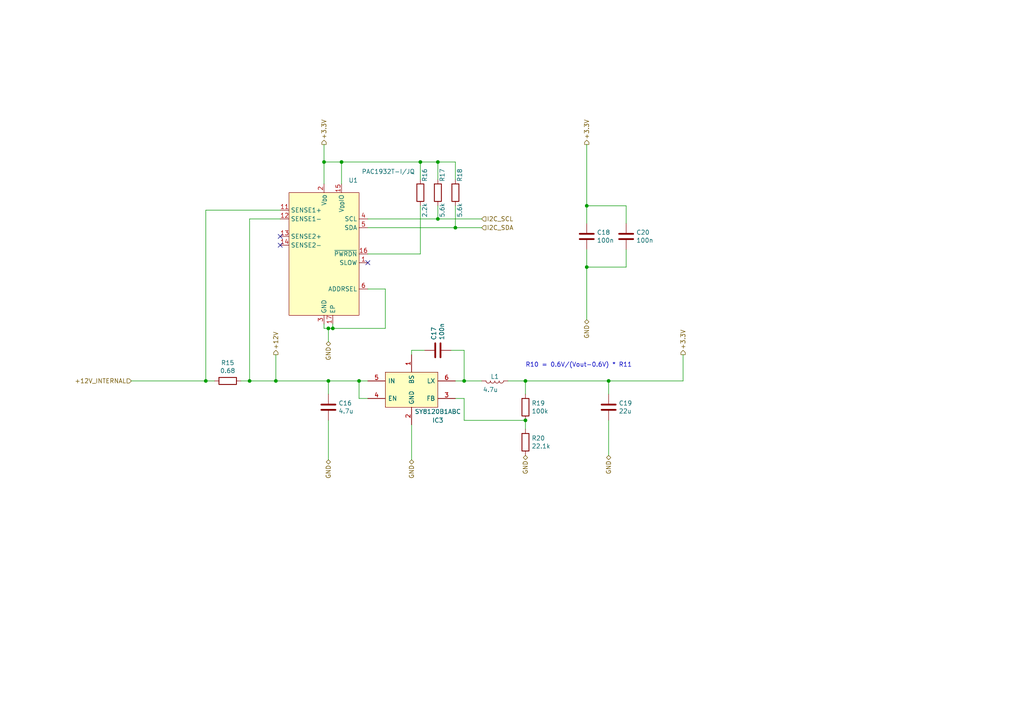
<source format=kicad_sch>
(kicad_sch (version 20230121) (generator eeschema)
  (paper "A4")
  (lib_symbols
    (symbol "Device:C" (pin_numbers hide) (pin_names (offset 0.254))
      (property "Reference" "C" (at 0.635 2.54 0))
      (property "Value" "C" (at 0.635 -2.54 0))
      (symbol "C_0_1"
        (polyline (pts (xy -2.032 -0.762) (xy 2.032 -0.762)) (stroke (width 0.508)))
        (polyline (pts (xy -2.032 0.762) (xy 2.032 0.762)) (stroke (width 0.508)))
      )
      (symbol "C_1_1"
        (pin passive line (at 0 3.81 270) (length 2.794) (name "~") (number "1"))
        (pin passive line (at 0 -3.81 90) (length 2.794) (name "~") (number "2"))
      )
    )
    (symbol "Device:L" (pin_numbers hide) (pin_names (offset 1.016) hide)
      (property "Reference" "L" (at -1.27 0 90))
      (property "Value" "L" (at 1.905 0 90))
      (symbol "L_0_1"
        (arc (start 0 -2.54) (mid 0.6323 -1.905) (end 0 -1.27))
        (arc (start 0 -1.27) (mid 0.6323 -0.635) (end 0 0))
        (arc (start 0 0) (mid 0.6323 0.635) (end 0 1.27))
        (arc (start 0 1.27) (mid 0.6323 1.905) (end 0 2.54))
      )
      (symbol "L_1_1"
        (pin passive line (at 0 3.81 270) (length 1.27) (name "1") (number "1"))
        (pin passive line (at 0 -3.81 90) (length 1.27) (name "2") (number "2"))
      )
    )
    (symbol "Device:R" (pin_numbers hide) (pin_names (offset 0))
      (property "Reference" "R" (at 2.032 0 90))
      (property "Value" "R" (at 0 0 90))
      (symbol "R_0_1"
        (rectangle (start -1.016 -2.54) (end 1.016 2.54) (stroke (width 0.254)))
      )
      (symbol "R_1_1"
        (pin passive line (at 0 3.81 270) (length 1.27) (name "~") (number "1"))
        (pin passive line (at 0 -3.81 90) (length 1.27) (name "~") (number "2"))
      )
    )
    (symbol "Sensor_Energy:PAC1932x-xJQ"
      (property "Reference" "U" (at 17.78 22.86 0))
      (property "Value" "PAC1932x-xJQ" (at 17.78 20.32 0))
      (symbol "PAC1932x-xJQ_0_0"
        (pin input line (at 12.7 -2.54 180) (length 2.54) (name "SLOW") (number "1"))
        (pin passive line (at 0 -20.32 90) (length 2.54) hide (name "GND") (number "10"))
        (pin input line (at -12.7 12.7 0) (length 2.54) (name "SENSE1+") (number "11"))
        (pin input line (at -12.7 10.16 0) (length 2.54) (name "SENSE1-") (number "12"))
        (pin input line (at -12.7 5.08 0) (length 2.54) (name "SENSE2+") (number "13"))
        (pin input line (at -12.7 2.54 0) (length 2.54) (name "SENSE2-") (number "14"))
        (pin input line (at 5.08 20.32 270) (length 2.54) (name "V_{DD}IO") (number "15"))
        (pin input line (at 12.7 0 180) (length 2.54) (name "~{PWRDN}") (number "16"))
        (pin passive line (at 2.54 -20.32 90) (length 2.54) (name "EP") (number "17"))
        (pin power_in line (at 0 20.32 270) (length 2.54) (name "V_{DD}") (number "2"))
        (pin power_in line (at 0 -20.32 90) (length 2.54) (name "GND") (number "3"))
        (pin input line (at 12.7 10.16 180) (length 2.54) (name "SCL") (number "4"))
        (pin bidirectional line (at 12.7 7.62 180) (length 2.54) (name "SDA") (number "5"))
        (pin passive line (at 12.7 -10.16 180) (length 2.54) (name "ADDRSEL") (number "6"))
        (pin passive line (at 0 -20.32 90) (length 2.54) hide (name "GND") (number "7"))
        (pin passive line (at 0 -20.32 90) (length 2.54) hide (name "GND") (number "8"))
        (pin passive line (at 0 -20.32 90) (length 2.54) hide (name "GND") (number "9"))
      )
      (symbol "PAC1932x-xJQ_0_1"
        (rectangle (start -10.16 17.78) (end 10.16 -17.78) (fill (type background)))
      )
    )
    (symbol "general:SY8120B1ABC" (pin_names (offset 0.762))
      (property "Reference" "IC" (at 21.59 7.62 0))
      (property "Value" "SY8120B1ABC" (at 21.59 5.08 0))
      (symbol "SY8120B1ABC_0_0"
        (pin passive line (at 12.7 7.62 270) (length 5.08) (name "BS") (number "1"))
        (pin power_in line (at 12.7 -12.7 90) (length 5.08) (name "GND") (number "2"))
        (pin input line (at 25.4 -5.08 180) (length 5.08) (name "FB") (number "3"))
        (pin input line (at 0 -5.08 0) (length 5.08) (name "EN") (number "4"))
        (pin input line (at 0 0 0) (length 5.08) (name "IN") (number "5"))
        (pin output line (at 25.4 0 180) (length 5.08) (name "LX") (number "6"))
      )
      (symbol "SY8120B1ABC_0_1"
        (polyline (pts (xy 5.08 2.54) (xy 20.32 2.54) (xy 20.32 -7.62) (xy 5.08 -7.62) (xy 5.08 2.54)) (stroke (width 0.1524)) (fill (type background)))
      )
    )
  )
  (junction (at 170.18 77.47))
  (junction (at 152.4 110.49))
  (junction (at 127 63.5))
  (junction (at 95.25 110.49))
  (junction (at 127 46.99))
  (junction (at 80.01 110.49))
  (junction (at 72.39 110.49))
  (junction (at 99.06 46.99))
  (junction (at 134.62 110.49))
  (junction (at 170.18 59.69))
  (junction (at 96.52 95.25))
  (junction (at 132.08 66.04))
  (junction (at 59.69 110.49))
  (junction (at 152.4 121.92))
  (junction (at 104.14 110.49))
  (junction (at 176.53 110.49))
  (junction (at 93.98 46.99))
  (junction (at 95.25 95.25))
  (junction (at 121.92 46.99))
  (no_connect (at 106.68 76.2))
  (no_connect (at 81.28 71.12))
  (no_connect (at 81.28 68.58))
  (wire (pts (xy 80.01 102.87) (xy 80.01 110.49)))
  (wire (pts (xy 134.62 121.92) (xy 134.62 115.57)))
  (wire (pts (xy 132.08 59.69) (xy 132.08 66.04)))
  (wire (pts (xy 119.38 101.6) (xy 123.19 101.6)))
  (wire (pts (xy 127 46.99) (xy 127 52.07)))
  (wire (pts (xy 170.18 77.47) (xy 181.61 77.47)))
  (wire (pts (xy 134.62 121.92) (xy 152.4 121.92)))
  (wire (pts (xy 152.4 110.49) (xy 176.53 110.49)))
  (wire (pts (xy 170.18 77.47) (xy 170.18 92.71)))
  (wire (pts (xy 176.53 114.3) (xy 176.53 110.49)))
  (wire (pts (xy 181.61 59.69) (xy 181.61 64.77)))
  (wire (pts (xy 104.14 115.57) (xy 106.68 115.57)))
  (wire (pts (xy 38.1 110.49) (xy 59.69 110.49)))
  (wire (pts (xy 176.53 121.92) (xy 176.53 132.08)))
  (wire (pts (xy 99.06 46.99) (xy 93.98 46.99)))
  (wire (pts (xy 93.98 46.99) (xy 93.98 53.34)))
  (wire (pts (xy 95.25 95.25) (xy 95.25 99.06)))
  (wire (pts (xy 99.06 46.99) (xy 121.92 46.99)))
  (wire (pts (xy 170.18 64.77) (xy 170.18 59.69)))
  (wire (pts (xy 127 63.5) (xy 139.7 63.5)))
  (wire (pts (xy 152.4 121.92) (xy 152.4 124.46)))
  (wire (pts (xy 121.92 59.69) (xy 121.92 73.66)))
  (wire (pts (xy 111.76 83.82) (xy 111.76 95.25)))
  (wire (pts (xy 81.28 60.96) (xy 59.69 60.96)))
  (wire (pts (xy 134.62 101.6) (xy 134.62 110.49)))
  (wire (pts (xy 170.18 41.91) (xy 170.18 59.69)))
  (wire (pts (xy 95.25 110.49) (xy 104.14 110.49)))
  (wire (pts (xy 104.14 110.49) (xy 104.14 115.57)))
  (wire (pts (xy 134.62 110.49) (xy 139.7 110.49)))
  (wire (pts (xy 170.18 59.69) (xy 181.61 59.69)))
  (wire (pts (xy 121.92 73.66) (xy 106.68 73.66)))
  (wire (pts (xy 106.68 83.82) (xy 111.76 83.82)))
  (wire (pts (xy 181.61 77.47) (xy 181.61 72.39)))
  (wire (pts (xy 93.98 95.25) (xy 95.25 95.25)))
  (wire (pts (xy 96.52 95.25) (xy 96.52 93.98)))
  (wire (pts (xy 176.53 110.49) (xy 198.12 110.49)))
  (wire (pts (xy 80.01 110.49) (xy 95.25 110.49)))
  (wire (pts (xy 132.08 66.04) (xy 139.7 66.04)))
  (wire (pts (xy 93.98 93.98) (xy 93.98 95.25)))
  (wire (pts (xy 127 59.69) (xy 127 63.5)))
  (wire (pts (xy 121.92 46.99) (xy 127 46.99)))
  (wire (pts (xy 134.62 115.57) (xy 132.08 115.57)))
  (wire (pts (xy 95.25 121.92) (xy 95.25 133.35)))
  (wire (pts (xy 170.18 72.39) (xy 170.18 77.47)))
  (wire (pts (xy 106.68 63.5) (xy 127 63.5)))
  (wire (pts (xy 121.92 46.99) (xy 121.92 52.07)))
  (wire (pts (xy 72.39 110.49) (xy 80.01 110.49)))
  (wire (pts (xy 132.08 46.99) (xy 132.08 52.07)))
  (wire (pts (xy 134.62 101.6) (xy 130.81 101.6)))
  (wire (pts (xy 72.39 63.5) (xy 81.28 63.5)))
  (wire (pts (xy 59.69 110.49) (xy 62.23 110.49)))
  (wire (pts (xy 95.25 110.49) (xy 95.25 114.3)))
  (wire (pts (xy 106.68 66.04) (xy 132.08 66.04)))
  (wire (pts (xy 99.06 46.99) (xy 99.06 53.34)))
  (wire (pts (xy 127 46.99) (xy 132.08 46.99)))
  (wire (pts (xy 198.12 110.49) (xy 198.12 102.87)))
  (wire (pts (xy 95.25 95.25) (xy 96.52 95.25)))
  (wire (pts (xy 69.85 110.49) (xy 72.39 110.49)))
  (wire (pts (xy 119.38 123.19) (xy 119.38 133.35)))
  (wire (pts (xy 106.68 110.49) (xy 104.14 110.49)))
  (wire (pts (xy 147.32 110.49) (xy 152.4 110.49)))
  (wire (pts (xy 72.39 63.5) (xy 72.39 110.49)))
  (wire (pts (xy 93.98 41.91) (xy 93.98 46.99)))
  (wire (pts (xy 119.38 102.87) (xy 119.38 101.6)))
  (wire (pts (xy 152.4 114.3) (xy 152.4 110.49)))
  (wire (pts (xy 96.52 95.25) (xy 111.76 95.25)))
  (wire (pts (xy 132.08 110.49) (xy 134.62 110.49)))
  (wire (pts (xy 59.69 60.96) (xy 59.69 110.49)))
  (text "R10 = 0.6V/(Vout-0.6V) * R11" (at 152.4 106.68 0) (effects (font (size 1.27 1.27)) (justify left bottom)))
  (hierarchical_label "+3.3V" (shape output) (at 198.12 102.87 90))
  (hierarchical_label "GND" (shape bidirectional) (at 95.25 133.35 270))
  (hierarchical_label "+3.3V" (shape output) (at 93.98 41.91 90))
  (hierarchical_label "I2C_SDA" (shape input) (at 139.7 66.04 0))
  (hierarchical_label "GND" (shape bidirectional) (at 170.18 92.71 270))
  (hierarchical_label "GND" (shape bidirectional) (at 95.25 99.06 270))
  (hierarchical_label "GND" (shape bidirectional) (at 176.53 132.08 270))
  (hierarchical_label "+12V_INTERNAL" (shape input) (at 38.1 110.49 180))
  (hierarchical_label "+12V" (shape output) (at 80.01 102.87 90))
  (hierarchical_label "GND" (shape bidirectional) (at 152.4 132.08 270))
  (hierarchical_label "+3.3V" (shape output) (at 170.18 41.91 90))
  (hierarchical_label "I2C_SCL" (shape input) (at 139.7 63.5 0))
  (hierarchical_label "GND" (shape bidirectional) (at 119.38 133.35 270))
  (symbol (lib_id "Device:R") (at 66.04 110.49 270) (unit 1)
    (property "Reference" "R15" (at 66.04 105.2322 90))
    (property "Value" "0.68" (at 66.04 107.5436 90))
    (property "Footprint" "Resistor_SMD:R_0805_2012Metric" (effects hide))
    (property "jlc" "C186593" (effects hide))
    (property "Manufacturer_Part_Number" "SR732ATTDR680F" (effects hide))
  )
  (symbol (lib_id "general:SY8120B1ABC") (at 106.68 110.49 0) (unit 1)
    (property "Reference" "IC3" (at 127 121.92 0))
    (property "Value" "SY8120B1ABC" (at 127 119.38 0))
    (property "Footprint" "Package_TO_SOT_SMD:SOT-23-6" (effects hide))
    (property "Datasheet" "https://datasheet.lcsc.com/szlcsc/Silergy-Corp-SY8120B1ABC_C88474.pdf" (effects hide))
    (property "Description" "DC-DC Converters Step-Down Adjustable 1 4.5V 18V 0.6V 18V 2A SOT-23-6 RoHS" (effects hide))
    (property "Height" "1.4" (effects hide))
    (property "Manufacturer_Name" "Silergy Corp" (effects hide))
    (property "Manufacturer_Part_Number" "SY8120IABC" (effects hide))
    (property "jlc" "C479076" (effects hide))
  )
  (symbol (lib_id "Device:C") (at 127 101.6 90) (unit 1)
    (property "Reference" "C17" (at 125.8316 98.679 0) (effects (justify left)))
    (property "Value" "100n" (at 128.143 98.679 0) (effects (justify left)))
    (property "Footprint" "Capacitor_SMD:C_0805_2012Metric" (effects hide))
    (property "jlc" "C28233" (effects hide))
    (property "Manufacturer_Part_Number" "CL21B104KCFNNNE" (effects hide))
  )
  (symbol (lib_id "Device:L") (at 143.51 110.49 270) (unit 1)
    (property "Reference" "L1" (at 143.51 109.22 90))
    (property "Value" "4.7u" (at 142.24 113.03 90))
    (property "Footprint" "general:L_4.2x4.2_H2" (effects hide))
    (property "jlc" "C206288" (effects hide))
    (property "Manufacturer_Part_Number" "SLW4020S4R7MST" (effects hide))
  )
  (symbol (lib_id "Device:R") (at 152.4 128.27 0) (unit 1)
    (property "Reference" "R20" (at 154.178 127.1016 0) (effects (justify left)))
    (property "Value" "22.1k" (at 154.178 129.413 0) (effects (justify left)))
    (property "Footprint" "Resistor_SMD:R_0603_1608Metric" (effects hide))
    (property "jlc" "C25961" (effects hide))
    (property "Manufacturer_Part_Number" "0603WAF2212T5E" (effects hide))
  )
  (symbol (lib_id "Device:R") (at 152.4 118.11 0) (unit 1)
    (property "Reference" "R19" (at 154.178 116.9416 0) (effects (justify left)))
    (property "Value" "100k" (at 154.178 119.253 0) (effects (justify left)))
    (property "Footprint" "Resistor_SMD:R_0603_1608Metric" (effects hide))
    (property "jlc" "C25803" (effects hide))
    (property "Manufacturer_Part_Number" "0603WAF1003T5E" (effects hide))
  )
  (symbol (lib_id "Device:C") (at 176.53 118.11 0) (unit 1)
    (property "Reference" "C19" (at 179.451 116.9416 0) (effects (justify left)))
    (property "Value" "22u" (at 179.451 119.253 0) (effects (justify left)))
    (property "Footprint" "Capacitor_SMD:C_1206_3216Metric" (effects hide))
    (property "jlc" "C90146" (effects hide))
    (property "Manufacturer_Part_Number" "CL31A226KOHNNNE" (effects hide))
  )
  (symbol (lib_id "Device:C") (at 95.25 118.11 0) (unit 1)
    (property "Reference" "C16" (at 98.171 116.9416 0) (effects (justify left)))
    (property "Value" "4.7u" (at 98.171 119.253 0) (effects (justify left)))
    (property "Footprint" "Capacitor_SMD:C_0603_1608Metric" (effects hide))
    (property "jlc" "C19666" (effects hide))
    (property "Manufacturer_Part_Number" "CL10A475KO8NNNC" (effects hide))
  )
  (symbol (lib_id "Device:C") (at 170.18 68.58 0) (unit 1)
    (property "Reference" "C18" (at 173.101 67.4116 0) (effects (justify left)))
    (property "Value" "100n" (at 173.101 69.723 0) (effects (justify left)))
    (property "Footprint" "Capacitor_SMD:C_0603_1608Metric" (effects hide))
    (property "jlc" "C14663" (effects hide))
    (property "Manufacturer_Part_Number" "CC0603KRX7R9BB104" (effects hide))
  )
  (symbol (lib_id "Device:C") (at 181.61 68.58 0) (unit 1)
    (property "Reference" "C20" (at 184.531 67.4116 0) (effects (justify left)))
    (property "Value" "100n" (at 184.531 69.723 0) (effects (justify left)))
    (property "Footprint" "Capacitor_SMD:C_0603_1608Metric" (effects hide))
    (property "jlc" "C14663" (effects hide))
    (property "Manufacturer_Part_Number" "CC0603KRX7R9BB104" (effects hide))
  )
  (symbol (lib_id "Device:R") (at 121.92 55.88 180) (unit 1)
    (property "Reference" "R16" (at 123.19 50.8 90))
    (property "Value" "2.2k" (at 123.19 60.96 90))
    (property "Footprint" "Resistor_SMD:R_0603_1608Metric" (effects hide))
    (property "jlc" "C4190" (effects hide))
    (property "Manufacturer_Part_Number" "0603WAF2201T5E" (effects hide))
  )
  (symbol (lib_id "Device:R") (at 127 55.88 180) (unit 1)
    (property "Reference" "R17" (at 128.27 50.8 90))
    (property "Value" "5.6k" (at 128.27 60.96 90))
    (property "Footprint" "Resistor_SMD:R_0603_1608Metric" (effects hide))
    (property "jlc" "C23189" (effects hide))
    (property "Manufacturer_Part_Number" "0603WAF5601T5E" (effects hide))
  )
  (symbol (lib_id "Device:R") (at 132.08 55.88 180) (unit 1)
    (property "Reference" "R18" (at 133.35 50.8 90))
    (property "Value" "5.6k" (at 133.35 60.96 90))
    (property "Footprint" "Resistor_SMD:R_0603_1608Metric" (effects hide))
    (property "jlc" "C23189" (effects hide))
    (property "Manufacturer_Part_Number" "0603WAF5601T5E" (effects hide))
  )
  (symbol (lib_id "Sensor_Energy:PAC1932x-xJQ") (at 93.98 73.66 0) (unit 1)
    (property "Reference" "U1" (at 101.0794 52.3072 0) (effects (justify left)))
    (property "Value" "PAC1932T-I/JQ" (at 104.8894 49.7641 0) (effects (justify left)))
    (property "Footprint" "Package_DFN_QFN:UQFN-16-1EP_4x4mm_P0.65mm_EP2.6x2.6mm" (effects hide))
    (property "Datasheet" "https://ww1.microchip.com/downloads/en/DeviceDoc/PAC1931-Family-Data-Sheet-DS20005850E.pdf" (effects hide))
    (property "jlc" "C623958" (effects hide))
    (property "Manufacturer_Part_Number" "PAC1932T-I/JQ" (effects hide))
  )
)
</source>
